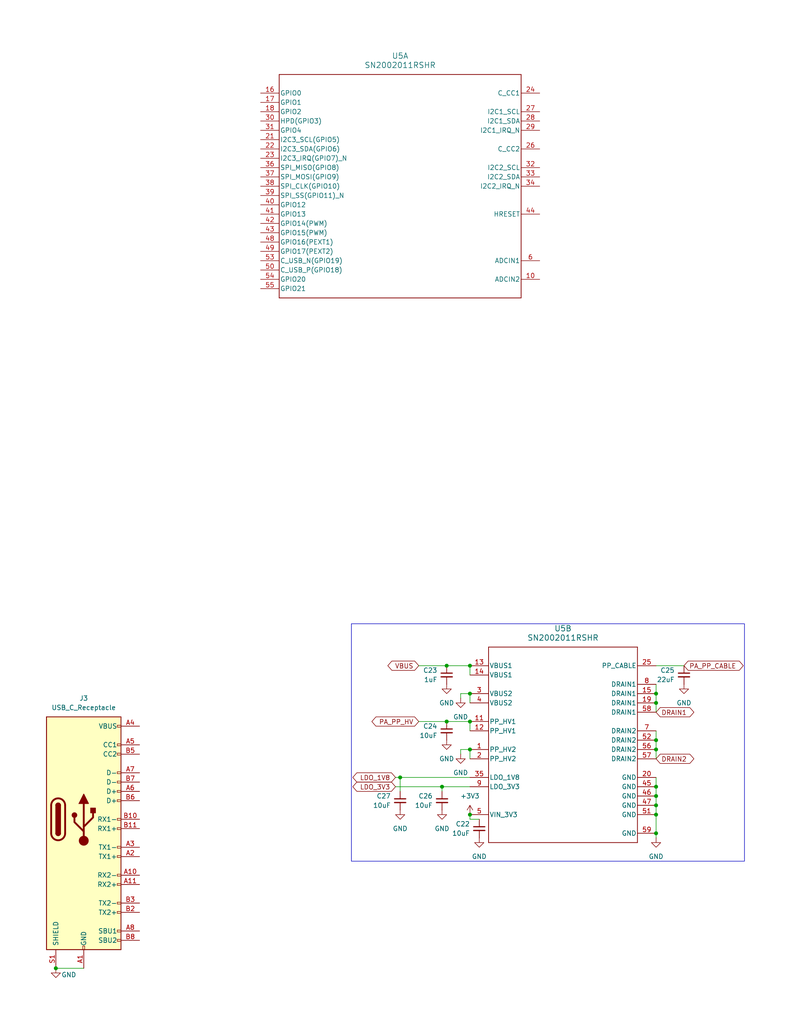
<source format=kicad_sch>
(kicad_sch (version 20231120) (generator "eeschema") (generator_version "8.0")
  (paper "USLetter" portrait)
  (title_block (rev "0"))
  (lib_symbols
    (symbol "Connector:USB_C_Receptacle" (pin_names (offset 1.016))
      (property "Reference" "J" (at -10.16 29.21 0))
      (property "Value" "USB_C_Receptacle" (at 10.16 29.21 0))
      (symbol "USB_C_Receptacle_0_0"
        (rectangle (start -0.254 -35.56) (end 0.254 -34.544))
        (rectangle (start 10.16 -32.766) (end 9.144 -33.274))
        (rectangle (start 10.16 -30.226) (end 9.144 -30.734))
        (rectangle (start 10.16 -25.146) (end 9.144 -25.654))
        (rectangle (start 10.16 -22.606) (end 9.144 -23.114))
        (rectangle (start 10.16 -17.526) (end 9.144 -18.034))
        (rectangle (start 10.16 -14.986) (end 9.144 -15.494))
        (rectangle (start 10.16 -9.906) (end 9.144 -10.414))
        (rectangle (start 10.16 -7.366) (end 9.144 -7.874))
        (rectangle (start 10.16 -2.286) (end 9.144 -2.794))
        (rectangle (start 10.16 0.254) (end 9.144 -0.254))
        (rectangle (start 10.16 5.334) (end 9.144 4.826))
        (rectangle (start 10.16 7.874) (end 9.144 7.366))
        (rectangle (start 10.16 10.414) (end 9.144 9.906))
        (rectangle (start 10.16 12.954) (end 9.144 12.446))
        (rectangle (start 10.16 18.034) (end 9.144 17.526))
        (rectangle (start 10.16 20.574) (end 9.144 20.066))
        (rectangle (start 10.16 25.654) (end 9.144 25.146))
      )
      (symbol "USB_C_Receptacle_0_1"
        (rectangle (start -10.16 27.94) (end 10.16 -35.56) (stroke (width 0.254)) (fill (type background)))
        (arc (start -8.89 -3.81) (mid -6.985 -5.7067) (end -5.08 -3.81) (stroke (width 0.508)))
        (arc (start -7.62 -3.81) (mid -6.985 -4.4423) (end -6.35 -3.81) (stroke (width 0.254)))
        (arc (start -7.62 -3.81) (mid -6.985 -4.4423) (end -6.35 -3.81) (stroke (width 0.254)) (fill (type outline)))
        (rectangle (start -7.62 -3.81) (end -6.35 3.81) (stroke (width 0.254)) (fill (type outline)))
        (arc (start -6.35 3.81) (mid -6.985 4.4423) (end -7.62 3.81) (stroke (width 0.254)))
        (arc (start -6.35 3.81) (mid -6.985 4.4423) (end -7.62 3.81) (stroke (width 0.254)) (fill (type outline)))
        (arc (start -5.08 3.81) (mid -6.985 5.7067) (end -8.89 3.81) (stroke (width 0.508)))
        (polyline (pts (xy -8.89 -3.81) (xy -8.89 3.81)) (stroke (width 0.508)))
        (polyline (pts (xy -5.08 3.81) (xy -5.08 -3.81)) (stroke (width 0.508)))
      )
      (symbol "USB_C_Receptacle_1_1"
        (circle (center -2.54 1.143) (radius 0.635) (stroke (width 0.254)) (fill (type outline)))
        (circle (center 0 -5.842) (radius 1.27) (fill (type outline)))
        (polyline (pts (xy 0 -5.842) (xy 0 4.318)) (stroke (width 0.508)))
        (polyline (pts (xy 0 -3.302) (xy -2.54 -0.762) (xy -2.54 0.508)) (stroke (width 0.508)))
        (polyline (pts (xy 0 -2.032) (xy 2.54 0.508) (xy 2.54 1.778)) (stroke (width 0.508)))
        (polyline (pts (xy -1.27 4.318) (xy 0 6.858) (xy 1.27 4.318) (xy -1.27 4.318)) (stroke (width 0.254)) (fill (type outline)))
        (rectangle (start 1.905 1.778) (end 3.175 3.048) (stroke (width 0.254)) (fill (type outline)))
        (pin passive line (at 0 -40.64 90) (length 5.08) (name "GND") (number "A1"))
        (pin bidirectional line (at 15.24 -15.24 180) (length 5.08) (name "RX2-") (number "A10"))
        (pin bidirectional line (at 15.24 -17.78 180) (length 5.08) (name "RX2+") (number "A11"))
        (pin passive line (at 0 -40.64 90) (length 5.08) hide (name "GND") (number "A12"))
        (pin bidirectional line (at 15.24 -10.16 180) (length 5.08) (name "TX1+") (number "A2"))
        (pin bidirectional line (at 15.24 -7.62 180) (length 5.08) (name "TX1-") (number "A3"))
        (pin passive line (at 15.24 25.4 180) (length 5.08) (name "VBUS") (number "A4"))
        (pin bidirectional line (at 15.24 20.32 180) (length 5.08) (name "CC1") (number "A5"))
        (pin bidirectional line (at 15.24 7.62 180) (length 5.08) (name "D+") (number "A6"))
        (pin bidirectional line (at 15.24 12.7 180) (length 5.08) (name "D-") (number "A7"))
        (pin bidirectional line (at 15.24 -30.48 180) (length 5.08) (name "SBU1") (number "A8"))
        (pin passive line (at 15.24 25.4 180) (length 5.08) hide (name "VBUS") (number "A9"))
        (pin passive line (at 0 -40.64 90) (length 5.08) hide (name "GND") (number "B1"))
        (pin bidirectional line (at 15.24 0 180) (length 5.08) (name "RX1-") (number "B10"))
        (pin bidirectional line (at 15.24 -2.54 180) (length 5.08) (name "RX1+") (number "B11"))
        (pin passive line (at 0 -40.64 90) (length 5.08) hide (name "GND") (number "B12"))
        (pin bidirectional line (at 15.24 -25.4 180) (length 5.08) (name "TX2+") (number "B2"))
        (pin bidirectional line (at 15.24 -22.86 180) (length 5.08) (name "TX2-") (number "B3"))
        (pin passive line (at 15.24 25.4 180) (length 5.08) hide (name "VBUS") (number "B4"))
        (pin bidirectional line (at 15.24 17.78 180) (length 5.08) (name "CC2") (number "B5"))
        (pin bidirectional line (at 15.24 5.08 180) (length 5.08) (name "D+") (number "B6"))
        (pin bidirectional line (at 15.24 10.16 180) (length 5.08) (name "D-") (number "B7"))
        (pin bidirectional line (at 15.24 -33.02 180) (length 5.08) (name "SBU2") (number "B8"))
        (pin passive line (at 15.24 25.4 180) (length 5.08) hide (name "VBUS") (number "B9"))
        (pin passive line (at -7.62 -40.64 90) (length 5.08) (name "SHIELD") (number "S1"))
      )
    )
    (symbol "Device:C_Small" (pin_numbers hide) (pin_names (offset 0.254) hide)
      (property "Reference" "C" (at 0.254 1.778 0))
      (property "Value" "C_Small" (at 0.254 -2.032 0))
      (symbol "C_Small_0_1"
        (polyline (pts (xy -1.524 -0.508) (xy 1.524 -0.508)) (stroke (width 0.3302)))
        (polyline (pts (xy -1.524 0.508) (xy 1.524 0.508)) (stroke (width 0.3048)))
      )
      (symbol "C_Small_1_1"
        (pin passive line (at 0 2.54 270) (length 2.032) (name "~") (number "1"))
        (pin passive line (at 0 -2.54 90) (length 2.032) (name "~") (number "2"))
      )
    )
    (symbol "TPS65987DDK:SN2002011RSHR" (pin_names (offset 0.254))
      (property "Reference" "U" (at 0 2.54 0))
      (property "Value" "SN2002011RSHR" (at 0 0 0))
      (symbol "SN2002011RSHR_1_1"
        (polyline (pts (xy 5.08 -55.88) (xy 71.12 -55.88)) (stroke (width 0.2032)))
        (polyline (pts (xy 5.08 5.08) (xy 5.08 -55.88)) (stroke (width 0.2032)))
        (polyline (pts (xy 71.12 -55.88) (xy 71.12 5.08)) (stroke (width 0.2032)))
        (polyline (pts (xy 71.12 5.08) (xy 5.08 5.08)) (stroke (width 0.2032)))
        (pin unspecified line (at 76.2 -50.8 180) (length 5.08) (name "ADCIN2") (number "10"))
        (pin bidirectional line (at 0 0 0) (length 5.08) (name "GPIO0") (number "16"))
        (pin bidirectional line (at 0 -2.54 0) (length 5.08) (name "GPIO1") (number "17"))
        (pin bidirectional line (at 0 -5.08 0) (length 5.08) (name "GPIO2") (number "18"))
        (pin bidirectional line (at 0 -12.7 0) (length 5.08) (name "I2C3_SCL(GPIO5)") (number "21"))
        (pin bidirectional line (at 0 -15.24 0) (length 5.08) (name "I2C3_SDA(GPIO6)") (number "22"))
        (pin bidirectional line (at 0 -17.78 0) (length 5.08) (name "I2C3_IRQ(GPIO7)_N") (number "23"))
        (pin tri_state line (at 76.2 0 180) (length 5.08) (name "C_CC1") (number "24"))
        (pin tri_state line (at 76.2 -15.24 180) (length 5.08) (name "C_CC2") (number "26"))
        (pin bidirectional line (at 76.2 -5.08 180) (length 5.08) (name "I2C1_SCL") (number "27"))
        (pin bidirectional line (at 76.2 -7.62 180) (length 5.08) (name "I2C1_SDA") (number "28"))
        (pin output line (at 76.2 -10.16 180) (length 5.08) (name "I2C1_IRQ_N") (number "29"))
        (pin bidirectional line (at 0 -7.62 0) (length 5.08) (name "HPD(GPIO3)") (number "30"))
        (pin bidirectional line (at 0 -10.16 0) (length 5.08) (name "GPIO4") (number "31"))
        (pin bidirectional line (at 76.2 -20.32 180) (length 5.08) (name "I2C2_SCL") (number "32"))
        (pin bidirectional line (at 76.2 -22.86 180) (length 5.08) (name "I2C2_SDA") (number "33"))
        (pin output line (at 76.2 -25.4 180) (length 5.08) (name "I2C2_IRQ_N") (number "34"))
        (pin bidirectional line (at 0 -20.32 0) (length 5.08) (name "SPI_MISO(GPIO8)") (number "36"))
        (pin bidirectional line (at 0 -22.86 0) (length 5.08) (name "SPI_MOSI(GPIO9)") (number "37"))
        (pin bidirectional line (at 0 -25.4 0) (length 5.08) (name "SPI_CLK(GPIO10)") (number "38"))
        (pin bidirectional line (at 0 -27.94 0) (length 5.08) (name "SPI_SS(GPIO11)_N") (number "39"))
        (pin bidirectional line (at 0 -30.48 0) (length 5.08) (name "GPIO12") (number "40"))
        (pin bidirectional line (at 0 -33.02 0) (length 5.08) (name "GPIO13") (number "41"))
        (pin bidirectional line (at 0 -35.56 0) (length 5.08) (name "GPIO14(PWM)") (number "42"))
        (pin bidirectional line (at 0 -38.1 0) (length 5.08) (name "GPIO15(PWM)") (number "43"))
        (pin input line (at 76.2 -33.02 180) (length 5.08) (name "HRESET") (number "44"))
        (pin bidirectional line (at 0 -40.64 0) (length 5.08) (name "GPIO16(PEXT1)") (number "48"))
        (pin bidirectional line (at 0 -43.18 0) (length 5.08) (name "GPIO17(PEXT2)") (number "49"))
        (pin bidirectional line (at 0 -48.26 0) (length 5.08) (name "C_USB_P(GPIO18)") (number "50"))
        (pin bidirectional line (at 0 -45.72 0) (length 5.08) (name "C_USB_N(GPIO19)") (number "53"))
        (pin bidirectional line (at 0 -50.8 0) (length 5.08) (name "GPIO20") (number "54"))
        (pin bidirectional line (at 0 -53.34 0) (length 5.08) (name "GPIO21") (number "55"))
        (pin unspecified line (at 76.2 -45.72 180) (length 5.08) (name "ADCIN1") (number "6"))
      )
      (symbol "SN2002011RSHR_2_1"
        (polyline (pts (xy 5.08 -48.26) (xy 45.72 -48.26)) (stroke (width 0.2032)))
        (polyline (pts (xy 5.08 5.08) (xy 5.08 -48.26)) (stroke (width 0.2032)))
        (polyline (pts (xy 45.72 -48.26) (xy 45.72 5.08)) (stroke (width 0.2032)))
        (polyline (pts (xy 45.72 5.08) (xy 5.08 5.08)) (stroke (width 0.2032)))
        (pin power_in line (at 0 -22.86 0) (length 5.08) (name "PP_HV2") (number "1"))
        (pin power_in line (at 0 -15.24 0) (length 5.08) (name "PP_HV1") (number "11"))
        (pin power_in line (at 0 -17.78 0) (length 5.08) (name "PP_HV1") (number "12"))
        (pin power_in line (at 0 0 0) (length 5.08) (name "VBUS1") (number "13"))
        (pin power_in line (at 0 -2.54 0) (length 5.08) (name "VBUS1") (number "14"))
        (pin unspecified line (at 50.8 -7.62 180) (length 5.08) (name "DRAIN1") (number "15"))
        (pin unspecified line (at 50.8 -10.16 180) (length 5.08) (name "DRAIN1") (number "19"))
        (pin power_in line (at 0 -25.4 0) (length 5.08) (name "PP_HV2") (number "2"))
        (pin power_in line (at 50.8 -30.48 180) (length 5.08) (name "GND") (number "20"))
        (pin power_in line (at 50.8 0 180) (length 5.08) (name "PP_CABLE") (number "25"))
        (pin power_in line (at 0 -7.62 0) (length 5.08) (name "VBUS2") (number "3"))
        (pin power_in line (at 0 -30.48 0) (length 5.08) (name "LDO_1V8") (number "35"))
        (pin power_in line (at 0 -10.16 0) (length 5.08) (name "VBUS2") (number "4"))
        (pin power_in line (at 50.8 -33.02 180) (length 5.08) (name "GND") (number "45"))
        (pin power_in line (at 50.8 -35.56 180) (length 5.08) (name "GND") (number "46"))
        (pin power_in line (at 50.8 -38.1 180) (length 5.08) (name "GND") (number "47"))
        (pin power_in line (at 0 -40.64 0) (length 5.08) (name "VIN_3V3") (number "5"))
        (pin power_in line (at 50.8 -40.64 180) (length 5.08) (name "GND") (number "51"))
        (pin unspecified line (at 50.8 -20.32 180) (length 5.08) (name "DRAIN2") (number "52"))
        (pin unspecified line (at 50.8 -22.86 180) (length 5.08) (name "DRAIN2") (number "56"))
        (pin unspecified line (at 50.8 -25.4 180) (length 5.08) (name "DRAIN2") (number "57"))
        (pin unspecified line (at 50.8 -12.7 180) (length 5.08) (name "DRAIN1") (number "58"))
        (pin power_in line (at 50.8 -45.72 180) (length 5.08) (name "GND") (number "59"))
        (pin unspecified line (at 50.8 -17.78 180) (length 5.08) (name "DRAIN2") (number "7"))
        (pin unspecified line (at 50.8 -5.08 180) (length 5.08) (name "DRAIN1") (number "8"))
        (pin power_in line (at 0 -33.02 0) (length 5.08) (name "LDO_3V3") (number "9"))
      )
    )
    (symbol "power:+3V3" (power) (pin_numbers hide) (pin_names (offset 0) hide)
      (property "Value" "+3V3" (at 0 3.556 0))
      (symbol "+3V3_0_1"
        (polyline (pts (xy -0.762 1.27) (xy 0 2.54)))
        (polyline (pts (xy 0 0) (xy 0 2.54)))
        (polyline (pts (xy 0 2.54) (xy 0.762 1.27)))
      )
      (symbol "+3V3_1_1"
        (pin power_in line (at 0 0 90) (length 0) (name "~") (number "1"))
      )
    )
    (symbol "power:GND" (power) (pin_numbers hide) (pin_names (offset 0) hide)
      (property "Value" "GND" (at 0 -3.81 0))
      (symbol "GND_0_1"
        (polyline (pts (xy 0 0) (xy 0 -1.27) (xy 1.27 -1.27) (xy 0 -2.54) (xy -1.27 -1.27) (xy 0 -1.27)))
      )
      (symbol "GND_1_1"
        (pin power_in line (at 0 0 270) (length 0) (name "~") (number "1"))
      )
    )
  )
  (junction (at 179.07 222.25))
  (junction (at 179.07 204.47))
  (junction (at 15.24 264.16))
  (junction (at 179.07 189.23))
  (junction (at 109.22 212.09))
  (junction (at 179.07 191.77))
  (junction (at 179.07 201.93))
  (junction (at 128.27 181.61))
  (junction (at 128.27 196.85))
  (junction (at 179.07 217.17))
  (junction (at 120.65 214.63))
  (junction (at 128.27 222.25))
  (junction (at 128.27 204.47))
  (junction (at 179.07 219.71))
  (junction (at 121.92 181.61))
  (junction (at 121.92 196.85))
  (junction (at 179.07 227.33))
  (junction (at 179.07 214.63))
  (junction (at 128.27 189.23))
  (wire (pts (xy 120.65 214.63) (xy 128.27 214.63)))
  (wire (pts (xy 130.81 223.52) (xy 128.27 223.52)))
  (wire (pts (xy 125.73 204.47) (xy 128.27 204.47)))
  (wire (pts (xy 128.27 189.23) (xy 128.27 191.77)))
  (wire (pts (xy 120.65 215.9) (xy 120.65 214.63)))
  (wire (pts (xy 179.07 212.09) (xy 179.07 214.63)))
  (wire (pts (xy 179.07 217.17) (xy 179.07 219.71)))
  (wire (pts (xy 128.27 196.85) (xy 128.27 199.39)))
  (wire (pts (xy 109.22 212.09) (xy 128.27 212.09)))
  (wire (pts (xy 114.3 181.61) (xy 121.92 181.61)))
  (wire (pts (xy 107.95 214.63) (xy 120.65 214.63)))
  (wire (pts (xy 179.07 189.23) (xy 179.07 191.77)))
  (wire (pts (xy 179.07 204.47) (xy 179.07 207.01)))
  (wire (pts (xy 128.27 204.47) (xy 128.27 207.01)))
  (wire (pts (xy 179.07 228.6) (xy 179.07 227.33)))
  (wire (pts (xy 125.73 189.23) (xy 128.27 189.23)))
  (wire (pts (xy 121.92 181.61) (xy 128.27 181.61)))
  (wire (pts (xy 179.07 199.39) (xy 179.07 201.93)))
  (wire (pts (xy 15.24 264.16) (xy 22.86 264.16)))
  (wire (pts (xy 114.3 196.85) (xy 121.92 196.85)))
  (wire (pts (xy 109.22 212.09) (xy 109.22 215.9)))
  (wire (pts (xy 128.27 181.61) (xy 128.27 184.15)))
  (wire (pts (xy 107.95 212.09) (xy 109.22 212.09)))
  (wire (pts (xy 179.07 214.63) (xy 179.07 217.17)))
  (wire (pts (xy 179.07 186.69) (xy 179.07 189.23)))
  (wire (pts (xy 179.07 222.25) (xy 179.07 227.33)))
  (wire (pts (xy 179.07 219.71) (xy 179.07 222.25)))
  (wire (pts (xy 128.27 223.52) (xy 128.27 222.25)))
  (wire (pts (xy 179.07 201.93) (xy 179.07 204.47)))
  (wire (pts (xy 125.73 205.74) (xy 125.73 204.47)))
  (wire (pts (xy 179.07 181.61) (xy 186.69 181.61)))
  (wire (pts (xy 121.92 196.85) (xy 128.27 196.85)))
  (wire (pts (xy 179.07 191.77) (xy 179.07 194.31)))
  (wire (pts (xy 125.73 190.5) (xy 125.73 189.23)))
  (rectangle (start 95.9087 170.18) (end 203.2 234.9415))
  (global_label "DRAIN1" (shape bidirectional) (at 179.07 194.31 0) (property "Intersheetrefs" "${INTERSHEET_REFS}" (effects (hide yes))))
  (global_label "DRAIN2" (shape bidirectional) (at 179.07 207.01 0) (property "Intersheetrefs" "${INTERSHEET_REFS}" (effects (hide yes))))
  (global_label "PA_PP_CABLE" (shape bidirectional) (at 186.69 181.61 0) (property "Intersheetrefs" "${INTERSHEET_REFS}" (effects (hide yes))))
  (global_label "LDO_3V3" (shape bidirectional) (at 107.95 214.63 180) (property "Intersheetrefs" "${INTERSHEET_REFS}" (effects (hide yes))))
  (global_label "LDO_1V8" (shape bidirectional) (at 107.95 212.09 180) (property "Intersheetrefs" "${INTERSHEET_REFS}" (effects (hide yes))))
  (global_label "VBUS" (shape bidirectional) (at 114.3 181.61 180) (property "Intersheetrefs" "${INTERSHEET_REFS}" (effects (hide yes))))
  (global_label "PA_PP_HV" (shape bidirectional) (at 114.3 196.85 180) (property "Intersheetrefs" "${INTERSHEET_REFS}" (effects (hide yes))))
  (symbol (lib_id "Connector:USB_C_Receptacle") (at 22.86 223.52 0) (unit 1)
    (property "Reference" "J3" (at 22.86 190.5 0))
    (property "Value" "USB_C_Receptacle" (at 22.86 193.04 0))
    (property "Datasheet" "https://www.usb.org/sites/default/files/documents/usb_type-c.zip" (effects (hide yes)))
    (property "Description" "USB Full-Featured Type-C Receptacle connector" (effects (hide yes)))
  )
  (symbol (lib_id "power:GND") (at 130.81 228.6 0) (unit 1)
    (property "Reference" "#PWR033" (effects (hide yes)))
    (property "Value" "GND" (at 130.81 233.68 0))
    (property "Description" "Power symbol creates a global label with name \"GND\" , ground" (effects (hide yes)))
  )
  (symbol (lib_id "power:GND") (at 186.69 186.69 0) (unit 1)
    (property "Reference" "#PWR039" (effects (hide yes)))
    (property "Value" "GND" (at 186.69 191.77 0))
    (property "Description" "Power symbol creates a global label with name \"GND\" , ground" (effects (hide yes)))
  )
  (symbol (lib_id "Device:C_Small") (at 120.65 218.44 0) (mirror y) (unit 1)
    (property "Reference" "C26" (at 118.11 217.1762 0) (effects (justify left)))
    (property "Value" "10uF" (at 118.11 219.7162 0) (effects (justify left)))
    (property "Description" "Unpolarized capacitor, small symbol" (effects (hide yes)))
  )
  (symbol (lib_id "Device:C_Small") (at 121.92 199.39 0) (mirror y) (unit 1)
    (property "Reference" "C24" (at 119.38 198.1262 0) (effects (justify left)))
    (property "Value" "10uF" (at 119.38 200.6662 0) (effects (justify left)))
    (property "Description" "Unpolarized capacitor, small symbol" (effects (hide yes)))
  )
  (symbol (lib_id "power:GND") (at 179.07 228.6 0) (unit 1)
    (property "Reference" "#PWR035" (effects (hide yes)))
    (property "Value" "GND" (at 179.07 233.68 0))
    (property "Description" "Power symbol creates a global label with name \"GND\" , ground" (effects (hide yes)))
  )
  (symbol (lib_id "power:GND") (at 125.73 190.5 0) (unit 1)
    (property "Reference" "#PWR034" (effects (hide yes)))
    (property "Value" "GND" (at 125.73 195.58 0))
    (property "Description" "Power symbol creates a global label with name \"GND\" , ground" (effects (hide yes)))
  )
  (symbol (lib_id "power:GND") (at 120.65 220.98 0) (unit 1)
    (property "Reference" "#PWR040" (effects (hide yes)))
    (property "Value" "GND" (at 120.65 226.06 0))
    (property "Description" "Power symbol creates a global label with name \"GND\" , ground" (effects (hide yes)))
  )
  (symbol (lib_id "power:GND") (at 125.73 205.74 0) (unit 1)
    (property "Reference" "#PWR036" (effects (hide yes)))
    (property "Value" "GND" (at 125.73 210.82 0))
    (property "Description" "Power symbol creates a global label with name \"GND\" , ground" (effects (hide yes)))
  )
  (symbol (lib_id "Device:C_Small") (at 130.81 226.06 0) (mirror y) (unit 1)
    (property "Reference" "C22" (at 128.27 224.7962 0) (effects (justify left)))
    (property "Value" "10uF" (at 128.27 227.3362 0) (effects (justify left)))
    (property "Description" "Unpolarized capacitor, small symbol" (effects (hide yes)))
  )
  (symbol (lib_id "Device:C_Small") (at 109.22 218.44 0) (mirror y) (unit 1)
    (property "Reference" "C27" (at 106.68 217.1762 0) (effects (justify left)))
    (property "Value" "10uF" (at 106.68 219.7162 0) (effects (justify left)))
    (property "Description" "Unpolarized capacitor, small symbol" (effects (hide yes)))
  )
  (symbol (lib_id "Device:C_Small") (at 121.92 184.15 0) (mirror y) (unit 1)
    (property "Reference" "C23" (at 119.38 182.8862 0) (effects (justify left)))
    (property "Value" "1uF" (at 119.38 185.4262 0) (effects (justify left)))
    (property "Description" "Unpolarized capacitor, small symbol" (effects (hide yes)))
  )
  (symbol (lib_id "power:+3V3") (at 128.27 222.25 0) (unit 1)
    (property "Reference" "#PWR032" (effects (hide yes)))
    (property "Value" "+3V3" (at 128.27 217.17 0))
    (property "Description" "Power symbol creates a global label with name \"+3V3\"" (effects (hide yes)))
  )
  (symbol (lib_id "TPS65987DDK:SN2002011RSHR") (at 71.12 25.4 0) (unit 1)
    (property "Reference" "U5" (at 109.22 15.24 0) (effects (font (size 1.524 1.524))))
    (property "Value" "SN2002011RSHR" (at 109.22 17.78 0) (effects (font (size 1.524 1.524))))
    (property "Footprint" "RSH0056E-MFG" (effects (hide yes)))
    (property "Datasheet" "SN2002011RSHR" (effects (hide yes)))
  )
  (symbol (lib_id "power:GND") (at 15.24 264.16 0) (unit 1)
    (property "Reference" "#PWR019" (effects (hide yes)))
    (property "Value" "GND" (at 18.796 265.938 0))
    (property "Description" "Power symbol creates a global label with name \"GND\" , ground" (effects (hide yes)))
  )
  (symbol (lib_id "TPS65987DDK:SN2002011RSHR") (at 128.27 181.61 0) (unit 2)
    (property "Reference" "U5" (at 153.67 171.45 0) (effects (font (size 1.524 1.524))))
    (property "Value" "SN2002011RSHR" (at 153.67 173.99 0) (effects (font (size 1.524 1.524))))
    (property "Footprint" "RSH0056E-MFG" (effects (hide yes)))
    (property "Datasheet" "SN2002011RSHR" (effects (hide yes)))
  )
  (symbol (lib_id "power:GND") (at 121.92 186.69 0) (unit 1)
    (property "Reference" "#PWR037" (effects (hide yes)))
    (property "Value" "GND" (at 121.92 191.77 0))
    (property "Description" "Power symbol creates a global label with name \"GND\" , ground" (effects (hide yes)))
  )
  (symbol (lib_id "power:GND") (at 121.92 201.93 0) (unit 1)
    (property "Reference" "#PWR038" (effects (hide yes)))
    (property "Value" "GND" (at 121.92 207.01 0))
    (property "Description" "Power symbol creates a global label with name \"GND\" , ground" (effects (hide yes)))
  )
  (symbol (lib_id "Device:C_Small") (at 186.69 184.15 0) (mirror y) (unit 1)
    (property "Reference" "C25" (at 184.15 182.8862 0) (effects (justify left)))
    (property "Value" "22uF" (at 184.15 185.4262 0) (effects (justify left)))
    (property "Description" "Unpolarized capacitor, small symbol" (effects (hide yes)))
  )
  (symbol (lib_id "power:GND") (at 109.22 220.98 0) (unit 1)
    (property "Reference" "#PWR041" (effects (hide yes)))
    (property "Value" "GND" (at 109.22 226.06 0))
    (property "Description" "Power symbol creates a global label with name \"GND\" , ground" (effects (hide yes)))
  )
)
</source>
